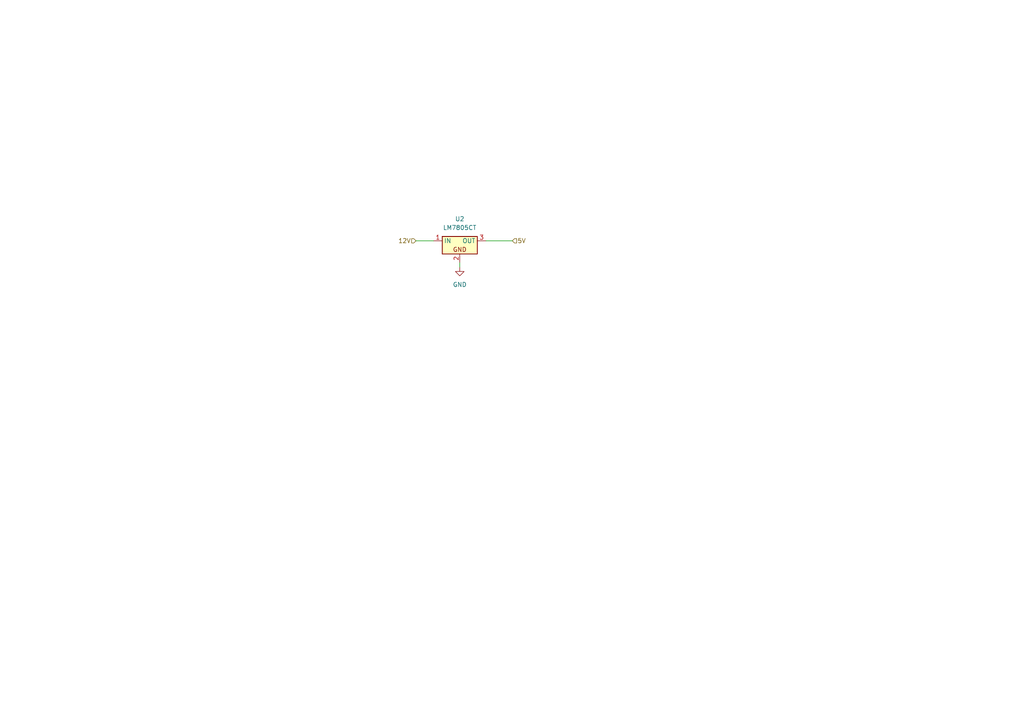
<source format=kicad_sch>
(kicad_sch
	(version 20250114)
	(generator "eeschema")
	(generator_version "9.0")
	(uuid "08ba45db-aa30-420c-b639-ac27564f5534")
	(paper "A4")
	(lib_symbols
		(symbol "PCM_Voltage_Regulator_AKL:LM7805CT"
			(exclude_from_sim no)
			(in_bom yes)
			(on_board yes)
			(property "Reference" "U"
				(at 0 6.35 0)
				(effects
					(font
						(size 1.27 1.27)
					)
				)
			)
			(property "Value" "LM7805CT"
				(at 0 3.81 0)
				(effects
					(font
						(size 1.27 1.27)
					)
				)
			)
			(property "Footprint" "PCM_Package_TO_SOT_THT_AKL:TO-220-3_Vertical"
				(at 0 0 0)
				(effects
					(font
						(size 1.27 1.27)
					)
					(hide yes)
				)
			)
			(property "Datasheet" "https://datasheet.octopart.com/LM7805CT-Fairchild-datasheet-5337151.pdf"
				(at 0 0 0)
				(effects
					(font
						(size 1.27 1.27)
					)
					(hide yes)
				)
			)
			(property "Description" "TO-220 5V 1A 3-terminal voltage regulator, Alternate KiCad Library"
				(at 0 0 0)
				(effects
					(font
						(size 1.27 1.27)
					)
					(hide yes)
				)
			)
			(property "ki_keywords" "7805 5V 1A voltage regulator vreg pmic power supply 3-terminal"
				(at 0 0 0)
				(effects
					(font
						(size 1.27 1.27)
					)
					(hide yes)
				)
			)
			(symbol "LM7805CT_0_0"
				(rectangle
					(start -5.08 1.27)
					(end 5.08 -3.81)
					(stroke
						(width 0.254)
						(type default)
					)
					(fill
						(type background)
					)
				)
				(text "GND"
					(at 0 -2.54 0)
					(effects
						(font
							(size 1.27 1.27)
						)
					)
				)
			)
			(symbol "LM7805CT_1_1"
				(pin power_in line
					(at -7.62 0 0)
					(length 2.54)
					(name "IN"
						(effects
							(font
								(size 1.27 1.27)
							)
						)
					)
					(number "1"
						(effects
							(font
								(size 1.27 1.27)
							)
						)
					)
				)
				(pin power_in line
					(at 0 -6.35 90)
					(length 2.54)
					(name "~"
						(effects
							(font
								(size 1.27 1.27)
							)
						)
					)
					(number "2"
						(effects
							(font
								(size 1.27 1.27)
							)
						)
					)
				)
				(pin power_out line
					(at 7.62 0 180)
					(length 2.54)
					(name "OUT"
						(effects
							(font
								(size 1.27 1.27)
							)
						)
					)
					(number "3"
						(effects
							(font
								(size 1.27 1.27)
							)
						)
					)
				)
			)
			(embedded_fonts no)
		)
		(symbol "power:GND"
			(power)
			(pin_numbers
				(hide yes)
			)
			(pin_names
				(offset 0)
				(hide yes)
			)
			(exclude_from_sim no)
			(in_bom yes)
			(on_board yes)
			(property "Reference" "#PWR"
				(at 0 -6.35 0)
				(effects
					(font
						(size 1.27 1.27)
					)
					(hide yes)
				)
			)
			(property "Value" "GND"
				(at 0 -3.81 0)
				(effects
					(font
						(size 1.27 1.27)
					)
				)
			)
			(property "Footprint" ""
				(at 0 0 0)
				(effects
					(font
						(size 1.27 1.27)
					)
					(hide yes)
				)
			)
			(property "Datasheet" ""
				(at 0 0 0)
				(effects
					(font
						(size 1.27 1.27)
					)
					(hide yes)
				)
			)
			(property "Description" "Power symbol creates a global label with name \"GND\" , ground"
				(at 0 0 0)
				(effects
					(font
						(size 1.27 1.27)
					)
					(hide yes)
				)
			)
			(property "ki_keywords" "global power"
				(at 0 0 0)
				(effects
					(font
						(size 1.27 1.27)
					)
					(hide yes)
				)
			)
			(symbol "GND_0_1"
				(polyline
					(pts
						(xy 0 0) (xy 0 -1.27) (xy 1.27 -1.27) (xy 0 -2.54) (xy -1.27 -1.27) (xy 0 -1.27)
					)
					(stroke
						(width 0)
						(type default)
					)
					(fill
						(type none)
					)
				)
			)
			(symbol "GND_1_1"
				(pin power_in line
					(at 0 0 270)
					(length 0)
					(name "~"
						(effects
							(font
								(size 1.27 1.27)
							)
						)
					)
					(number "1"
						(effects
							(font
								(size 1.27 1.27)
							)
						)
					)
				)
			)
			(embedded_fonts no)
		)
	)
	(wire
		(pts
			(xy 140.97 69.85) (xy 148.59 69.85)
		)
		(stroke
			(width 0)
			(type default)
		)
		(uuid "16a189f9-ee83-459e-9318-03dec1f9c2de")
	)
	(wire
		(pts
			(xy 133.35 76.2) (xy 133.35 77.47)
		)
		(stroke
			(width 0)
			(type default)
		)
		(uuid "39534124-e263-410c-b95c-4cebef76c178")
	)
	(wire
		(pts
			(xy 120.65 69.85) (xy 125.73 69.85)
		)
		(stroke
			(width 0)
			(type default)
		)
		(uuid "3fc6c5de-7255-476e-a430-8b5b16de9592")
	)
	(hierarchical_label "12V"
		(shape input)
		(at 120.65 69.85 180)
		(effects
			(font
				(size 1.27 1.27)
			)
			(justify right)
		)
		(uuid "838150be-8415-4179-ba5b-8846c6fd65e3")
	)
	(hierarchical_label "5V"
		(shape input)
		(at 148.59 69.85 0)
		(effects
			(font
				(size 1.27 1.27)
			)
			(justify left)
		)
		(uuid "f012e48c-1061-49d1-9b15-6d1829f374c5")
	)
	(symbol
		(lib_id "PCM_Voltage_Regulator_AKL:LM7805CT")
		(at 133.35 69.85 0)
		(unit 1)
		(exclude_from_sim no)
		(in_bom yes)
		(on_board yes)
		(dnp no)
		(fields_autoplaced yes)
		(uuid "36ebbc67-f06b-4cdf-b739-a75b3485b724")
		(property "Reference" "U2"
			(at 133.35 63.5 0)
			(effects
				(font
					(size 1.27 1.27)
				)
			)
		)
		(property "Value" "LM7805CT"
			(at 133.35 66.04 0)
			(effects
				(font
					(size 1.27 1.27)
				)
			)
		)
		(property "Footprint" "PCM_Package_TO_SOT_THT_AKL:TO-220-3_Vertical"
			(at 133.35 69.85 0)
			(effects
				(font
					(size 1.27 1.27)
				)
				(hide yes)
			)
		)
		(property "Datasheet" "https://datasheet.octopart.com/LM7805CT-Fairchild-datasheet-5337151.pdf"
			(at 133.35 69.85 0)
			(effects
				(font
					(size 1.27 1.27)
				)
				(hide yes)
			)
		)
		(property "Description" "TO-220 5V 1A 3-terminal voltage regulator, Alternate KiCad Library"
			(at 133.35 69.85 0)
			(effects
				(font
					(size 1.27 1.27)
				)
				(hide yes)
			)
		)
		(pin "3"
			(uuid "ebc1147b-55fb-4261-881c-db8fc8619169")
		)
		(pin "2"
			(uuid "a9960bd9-b264-4e03-9f30-9a1ac5c843ce")
		)
		(pin "1"
			(uuid "0efc5f27-0e4b-4a07-bd26-19d952f6608a")
		)
		(instances
			(project ""
				(path "/0074ed61-f346-42bd-a29d-d171d80548f4/510462ea-d4f2-4035-93d1-12ab41753ca9/a8656927-ba41-47a1-a6d1-4bba0cab4005"
					(reference "U2")
					(unit 1)
				)
			)
		)
	)
	(symbol
		(lib_id "power:GND")
		(at 133.35 77.47 0)
		(unit 1)
		(exclude_from_sim no)
		(in_bom yes)
		(on_board yes)
		(dnp no)
		(fields_autoplaced yes)
		(uuid "9fbc17dc-4d7c-45bc-a195-075ec3fc8a8f")
		(property "Reference" "#PWR02"
			(at 133.35 83.82 0)
			(effects
				(font
					(size 1.27 1.27)
				)
				(hide yes)
			)
		)
		(property "Value" "GND"
			(at 133.35 82.55 0)
			(effects
				(font
					(size 1.27 1.27)
				)
			)
		)
		(property "Footprint" ""
			(at 133.35 77.47 0)
			(effects
				(font
					(size 1.27 1.27)
				)
				(hide yes)
			)
		)
		(property "Datasheet" ""
			(at 133.35 77.47 0)
			(effects
				(font
					(size 1.27 1.27)
				)
				(hide yes)
			)
		)
		(property "Description" "Power symbol creates a global label with name \"GND\" , ground"
			(at 133.35 77.47 0)
			(effects
				(font
					(size 1.27 1.27)
				)
				(hide yes)
			)
		)
		(pin "1"
			(uuid "a7ef9863-12b0-4613-822b-b5cfd9656b97")
		)
		(instances
			(project ""
				(path "/0074ed61-f346-42bd-a29d-d171d80548f4/510462ea-d4f2-4035-93d1-12ab41753ca9/a8656927-ba41-47a1-a6d1-4bba0cab4005"
					(reference "#PWR02")
					(unit 1)
				)
			)
		)
	)
)

</source>
